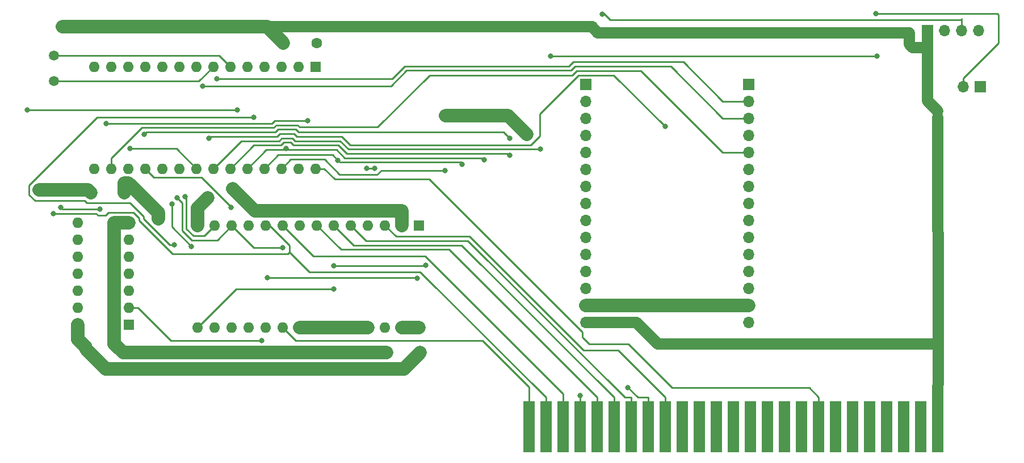
<source format=gbr>
G04 #@! TF.GenerationSoftware,KiCad,Pcbnew,(5.1.5)-3*
G04 #@! TF.CreationDate,2020-11-01T13:07:33-06:00*
G04 #@! TF.ProjectId,Aii-WiFi,4169692d-5769-4466-992e-6b696361645f,rev?*
G04 #@! TF.SameCoordinates,Original*
G04 #@! TF.FileFunction,Copper,L1,Top*
G04 #@! TF.FilePolarity,Positive*
%FSLAX46Y46*%
G04 Gerber Fmt 4.6, Leading zero omitted, Abs format (unit mm)*
G04 Created by KiCad (PCBNEW (5.1.5)-3) date 2020-11-01 13:07:33*
%MOMM*%
%LPD*%
G04 APERTURE LIST*
%ADD10O,1.700000X1.700000*%
%ADD11R,1.700000X1.700000*%
%ADD12C,1.600000*%
%ADD13O,1.600000X1.600000*%
%ADD14R,1.600000X1.600000*%
%ADD15C,1.500000*%
%ADD16R,1.778000X7.620000*%
%ADD17C,0.800000*%
%ADD18C,0.250000*%
%ADD19C,2.000000*%
%ADD20C,1.700000*%
G04 APERTURE END LIST*
D10*
X248920000Y-83820000D03*
D11*
X251460000Y-83820000D03*
D10*
X216900000Y-119060000D03*
X216900000Y-116520000D03*
X216900000Y-113980000D03*
X216900000Y-111440000D03*
X216900000Y-108900000D03*
X216900000Y-106360000D03*
X216900000Y-103820000D03*
X216900000Y-101280000D03*
X216900000Y-98740000D03*
X216900000Y-96200000D03*
X216900000Y-93660000D03*
X216900000Y-91120000D03*
X216900000Y-88580000D03*
X216900000Y-86040000D03*
D11*
X216900000Y-83500000D03*
D10*
X192600000Y-119060000D03*
X192600000Y-116520000D03*
X192600000Y-113980000D03*
X192600000Y-111440000D03*
X192600000Y-108900000D03*
X192600000Y-106360000D03*
X192600000Y-103820000D03*
X192600000Y-101280000D03*
X192600000Y-98740000D03*
X192600000Y-96200000D03*
X192600000Y-93660000D03*
X192600000Y-91120000D03*
X192600000Y-88580000D03*
X192600000Y-86040000D03*
D11*
X192600000Y-83500000D03*
D12*
X162900000Y-123600000D03*
X167900000Y-123600000D03*
D13*
X116840000Y-119380000D03*
X124460000Y-104140000D03*
X116840000Y-116840000D03*
X124460000Y-106680000D03*
X116840000Y-114300000D03*
X124460000Y-109220000D03*
X116840000Y-111760000D03*
X124460000Y-111760000D03*
X116840000Y-109220000D03*
X124460000Y-114300000D03*
X116840000Y-106680000D03*
X124460000Y-116840000D03*
X116840000Y-104140000D03*
D14*
X124460000Y-119380000D03*
D10*
X251206000Y-75438000D03*
X248666000Y-75438000D03*
X246126000Y-75438000D03*
D11*
X243586000Y-75438000D03*
D13*
X167750000Y-119850000D03*
X134730000Y-104610000D03*
X165210000Y-119850000D03*
X137270000Y-104610000D03*
X162670000Y-119850000D03*
X139810000Y-104610000D03*
X160130000Y-119850000D03*
X142350000Y-104610000D03*
X157590000Y-119850000D03*
X144890000Y-104610000D03*
X155050000Y-119850000D03*
X147430000Y-104610000D03*
X152510000Y-119850000D03*
X149970000Y-104610000D03*
X149970000Y-119850000D03*
X152510000Y-104610000D03*
X147430000Y-119850000D03*
X155050000Y-104610000D03*
X144890000Y-119850000D03*
X157590000Y-104610000D03*
X142350000Y-119850000D03*
X160130000Y-104610000D03*
X139810000Y-119850000D03*
X162670000Y-104610000D03*
X137270000Y-119850000D03*
X165210000Y-104610000D03*
X134730000Y-119850000D03*
D14*
X167750000Y-104610000D03*
D13*
X152290000Y-96100000D03*
X119270000Y-80860000D03*
X149750000Y-96100000D03*
X121810000Y-80860000D03*
X147210000Y-96100000D03*
X124350000Y-80860000D03*
X144670000Y-96100000D03*
X126890000Y-80860000D03*
X142130000Y-96100000D03*
X129430000Y-80860000D03*
X139590000Y-96100000D03*
X131970000Y-80860000D03*
X137050000Y-96100000D03*
X134510000Y-80860000D03*
X134510000Y-96100000D03*
X137050000Y-80860000D03*
X131970000Y-96100000D03*
X139590000Y-80860000D03*
X129430000Y-96100000D03*
X142130000Y-80860000D03*
X126890000Y-96100000D03*
X144670000Y-80860000D03*
X124350000Y-96100000D03*
X147210000Y-80860000D03*
X121810000Y-96100000D03*
X149750000Y-80860000D03*
X119270000Y-96100000D03*
D14*
X152290000Y-80860000D03*
D12*
X123000000Y-123000000D03*
X118000000Y-123000000D03*
X152500000Y-77300000D03*
X147500000Y-77300000D03*
X123800000Y-99700000D03*
X118800000Y-99700000D03*
D15*
X113300000Y-83000000D03*
X113300000Y-79200000D03*
D16*
X245110000Y-134620000D03*
X242570000Y-134620000D03*
X240030000Y-134620000D03*
X237490000Y-134620000D03*
X234950000Y-134620000D03*
X232410000Y-134620000D03*
X229870000Y-134620000D03*
X227330000Y-134620000D03*
X224790000Y-134620000D03*
X222250000Y-134620000D03*
X219710000Y-134620000D03*
X217170000Y-134620000D03*
X214630000Y-134620000D03*
X212090000Y-134620000D03*
X209550000Y-134620000D03*
X207010000Y-134620000D03*
X204470000Y-134620000D03*
X201930000Y-134620000D03*
X199390000Y-134620000D03*
X196850000Y-134620000D03*
X194310000Y-134620000D03*
X191770000Y-134620000D03*
X189230000Y-134620000D03*
X186690000Y-134620000D03*
X184150000Y-134620000D03*
D17*
X139982000Y-99102200D03*
X136210200Y-100489400D03*
X128814500Y-103570100D03*
X183804800Y-90965700D03*
X171738500Y-88213800D03*
X136401700Y-91598800D03*
X204477300Y-89815800D03*
X121046000Y-89346800D03*
X151096700Y-88942200D03*
X155631700Y-94824300D03*
X174169600Y-95424500D03*
X131202400Y-107490000D03*
X143095200Y-88421400D03*
X147916300Y-93121600D03*
X177465300Y-94774200D03*
X126779600Y-90931900D03*
X181229500Y-91579300D03*
X181229500Y-94123900D03*
X133797500Y-107711000D03*
X130864500Y-101377800D03*
X185801500Y-93198500D03*
X155002500Y-114121700D03*
X155002500Y-110595200D03*
X168705900Y-110548300D03*
X124591100Y-93126700D03*
X167493300Y-112461700D03*
X145081100Y-112421100D03*
X132841300Y-100286600D03*
X131639600Y-100445400D03*
X147428500Y-107871900D03*
X139696700Y-101913200D03*
X111097400Y-99290700D03*
X114533100Y-74917300D03*
X198887900Y-128794400D03*
X159891500Y-96074800D03*
X161096500Y-96074800D03*
X191788500Y-129973400D03*
X120175700Y-102115800D03*
X114335300Y-101875500D03*
X113197200Y-102804900D03*
X195100000Y-73000000D03*
X171584200Y-96349700D03*
X187350000Y-79250000D03*
X236050000Y-79250000D03*
X235884990Y-72915010D03*
X144301600Y-121752000D03*
X109271800Y-87299800D03*
X140665000Y-87299800D03*
X135478700Y-83757800D03*
X137538700Y-82640600D03*
D18*
X113300000Y-83000000D02*
X134910000Y-83000000D01*
X134910000Y-83000000D02*
X137050000Y-80860000D01*
X113300000Y-79200000D02*
X137930000Y-79200000D01*
X137930000Y-79200000D02*
X139590000Y-80860000D01*
D19*
X139982000Y-99102200D02*
X143289500Y-102409700D01*
X143289500Y-102409700D02*
X165210000Y-102409700D01*
X165210000Y-104610000D02*
X165210000Y-102409700D01*
X134730000Y-104610000D02*
X134730000Y-101969600D01*
X134730000Y-101969600D02*
X136210200Y-100489400D01*
X124460000Y-104140000D02*
X122259700Y-104140000D01*
X122259700Y-104140000D02*
X122259700Y-122259700D01*
X122259700Y-122259700D02*
X123000000Y-123000000D01*
X123000000Y-123000000D02*
X123600000Y-123600000D01*
X123600000Y-123600000D02*
X162900000Y-123600000D01*
X123800000Y-99700000D02*
X123800000Y-98253300D01*
X123800000Y-98253300D02*
X123800100Y-98253200D01*
X123800100Y-98253200D02*
X124386500Y-98253200D01*
X124386500Y-98253200D02*
X128814500Y-102681200D01*
X128814500Y-102681200D02*
X128814500Y-103570100D01*
X192600000Y-116520000D02*
X214400000Y-116520000D01*
X171738500Y-88213800D02*
X181052900Y-88213800D01*
X181052900Y-88213800D02*
X183804800Y-90965700D01*
X157590000Y-119850000D02*
X160130000Y-119850000D01*
X155050000Y-119850000D02*
X157590000Y-119850000D01*
X152510000Y-119850000D02*
X155050000Y-119850000D01*
X149970000Y-119850000D02*
X152510000Y-119850000D01*
X214400000Y-116520000D02*
X216900000Y-116520000D01*
D18*
X204477300Y-89815800D02*
X196786200Y-82124700D01*
X196786200Y-82124700D02*
X191532400Y-82124700D01*
X191532400Y-82124700D02*
X185733700Y-87923400D01*
X185733700Y-87923400D02*
X185733700Y-91247500D01*
X185733700Y-91247500D02*
X184433000Y-92548200D01*
X184433000Y-92548200D02*
X157464800Y-92548200D01*
X157464800Y-92548200D02*
X156214300Y-91297700D01*
X156214300Y-91297700D02*
X149506100Y-91297700D01*
X149506100Y-91297700D02*
X149101500Y-90893100D01*
X149101500Y-90893100D02*
X146987600Y-90893100D01*
X146987600Y-90893100D02*
X146583000Y-91297700D01*
X146583000Y-91297700D02*
X136702800Y-91297700D01*
X136702800Y-91297700D02*
X136401700Y-91598800D01*
X151096700Y-88942200D02*
X146179400Y-88942200D01*
X146179400Y-88942200D02*
X145774800Y-89346800D01*
X145774800Y-89346800D02*
X121046000Y-89346800D01*
X155631700Y-94824300D02*
X155956800Y-95149400D01*
X155956800Y-95149400D02*
X173894500Y-95149400D01*
X173894500Y-95149400D02*
X174169600Y-95424500D01*
X144670000Y-96100000D02*
X146713100Y-94056900D01*
X146713100Y-94056900D02*
X154864300Y-94056900D01*
X154864300Y-94056900D02*
X155631700Y-94824300D01*
X131202400Y-107490000D02*
X130577300Y-107490000D01*
X130577300Y-107490000D02*
X126635600Y-103548300D01*
X126635600Y-103548300D02*
X126635600Y-103238800D01*
X126635600Y-103238800D02*
X124622100Y-101225300D01*
X124622100Y-101225300D02*
X121806800Y-101225300D01*
X121806800Y-101225300D02*
X121764400Y-101182900D01*
X121764400Y-101182900D02*
X119474200Y-101182900D01*
X119474200Y-101182900D02*
X119417400Y-101239700D01*
X119417400Y-101239700D02*
X118153800Y-101239700D01*
X118153800Y-101239700D02*
X117813400Y-100899300D01*
X117813400Y-100899300D02*
X110468200Y-100899300D01*
X110468200Y-100899300D02*
X109563000Y-99994100D01*
X109563000Y-99994100D02*
X109563000Y-98596500D01*
X109563000Y-98596500D02*
X119738100Y-88421400D01*
X119738100Y-88421400D02*
X143095200Y-88421400D01*
X142130000Y-96100000D02*
X144981400Y-93248600D01*
X144981400Y-93248600D02*
X147916300Y-93248600D01*
X147916300Y-93248600D02*
X155406100Y-93248600D01*
X155406100Y-93248600D02*
X156656600Y-94499100D01*
X156656600Y-94499100D02*
X177190200Y-94499100D01*
X177190200Y-94499100D02*
X177465300Y-94774200D01*
X147916300Y-93248600D02*
X147916300Y-93121600D01*
X181229500Y-91579300D02*
X180297600Y-90647400D01*
X180297600Y-90647400D02*
X149775500Y-90647400D01*
X149775500Y-90647400D02*
X149370900Y-90242800D01*
X149370900Y-90242800D02*
X146718200Y-90242800D01*
X146718200Y-90242800D02*
X146313600Y-90647400D01*
X146313600Y-90647400D02*
X127064100Y-90647400D01*
X127064100Y-90647400D02*
X126779600Y-90931900D01*
X139590000Y-96100000D02*
X143091700Y-92598300D01*
X143091700Y-92598300D02*
X147121800Y-92598300D01*
X147121800Y-92598300D02*
X147526400Y-92193700D01*
X147526400Y-92193700D02*
X148562700Y-92193700D01*
X148562700Y-92193700D02*
X148967300Y-92598300D01*
X148967300Y-92598300D02*
X155675500Y-92598300D01*
X155675500Y-92598300D02*
X156926000Y-93848800D01*
X156926000Y-93848800D02*
X180954400Y-93848800D01*
X180954400Y-93848800D02*
X181229500Y-94123900D01*
X137050000Y-96100000D02*
X141202000Y-91948000D01*
X141202000Y-91948000D02*
X146852400Y-91948000D01*
X146852400Y-91948000D02*
X147257000Y-91543400D01*
X147257000Y-91543400D02*
X148832100Y-91543400D01*
X148832100Y-91543400D02*
X149236700Y-91948000D01*
X149236700Y-91948000D02*
X155944900Y-91948000D01*
X155944900Y-91948000D02*
X157195400Y-93198500D01*
X157195400Y-93198500D02*
X185801500Y-93198500D01*
X133797500Y-107711000D02*
X130864500Y-104778000D01*
X130864500Y-104778000D02*
X130864500Y-101377800D01*
X124591100Y-93126700D02*
X131536700Y-93126700D01*
X131536700Y-93126700D02*
X134510000Y-96100000D01*
X134730000Y-119850000D02*
X140458300Y-114121700D01*
X140458300Y-114121700D02*
X155002500Y-114121700D01*
X168705900Y-110548300D02*
X168659000Y-110595200D01*
X168659000Y-110595200D02*
X155002500Y-110595200D01*
X132841300Y-100286600D02*
X133034100Y-100479400D01*
X133034100Y-100479400D02*
X133034100Y-105071200D01*
X133034100Y-105071200D02*
X134098200Y-106135300D01*
X134098200Y-106135300D02*
X135744700Y-106135300D01*
X135744700Y-106135300D02*
X137270000Y-104610000D01*
X145081100Y-112421100D02*
X167452700Y-112421100D01*
X167452700Y-112421100D02*
X167493300Y-112461700D01*
X131639600Y-100445400D02*
X132383800Y-101189600D01*
X132383800Y-101189600D02*
X132383800Y-105340600D01*
X132383800Y-105340600D02*
X133828800Y-106785600D01*
X133828800Y-106785600D02*
X137634400Y-106785600D01*
X137634400Y-106785600D02*
X139810000Y-104610000D01*
X147428500Y-107871900D02*
X143071900Y-107871900D01*
X143071900Y-107871900D02*
X139810000Y-104610000D01*
X126890000Y-96100000D02*
X128216700Y-97426700D01*
X128216700Y-97426700D02*
X135329200Y-97426700D01*
X135329200Y-97426700D02*
X139696700Y-101794200D01*
X139696700Y-101794200D02*
X139696700Y-101913200D01*
D19*
X147500000Y-77300000D02*
X145117300Y-74917300D01*
X145117300Y-74917300D02*
X114533100Y-74917300D01*
X167900000Y-123600000D02*
X165498700Y-126001300D01*
X165498700Y-126001300D02*
X121001300Y-126001300D01*
X121001300Y-126001300D02*
X118000000Y-123000000D01*
X118800000Y-99700000D02*
X118390700Y-99290700D01*
X118390700Y-99290700D02*
X111097400Y-99290700D01*
X116840000Y-119380000D02*
X116840000Y-121580300D01*
X116840000Y-121580300D02*
X118000000Y-122740300D01*
X118000000Y-122740300D02*
X118000000Y-123000000D01*
X165210000Y-119850000D02*
X167750000Y-119850000D01*
D18*
X245110000Y-88410000D02*
X245110000Y-87510000D01*
D20*
X245110000Y-87510000D02*
X243586000Y-85986000D01*
X145117300Y-74917300D02*
X193217300Y-74917300D01*
D18*
X193217300Y-74917300D02*
X193517300Y-74917300D01*
D20*
X193517300Y-74917300D02*
X194400000Y-75800000D01*
X194400000Y-75800000D02*
X196100000Y-75800000D01*
X196100000Y-75800000D02*
X215900000Y-75800000D01*
X215900000Y-75800000D02*
X238200000Y-75800000D01*
D18*
X238200000Y-75800000D02*
X238562000Y-75438000D01*
D20*
X243600000Y-76400000D02*
X243586000Y-75438000D01*
X238200000Y-75800000D02*
X240900000Y-75800000D01*
X241400000Y-78000000D02*
X243600000Y-78000000D01*
X240900000Y-77500000D02*
X241400000Y-78000000D01*
X243586000Y-85986000D02*
X243600000Y-78000000D01*
X243600000Y-78000000D02*
X243600000Y-76400000D01*
D18*
X240900000Y-77500000D02*
X240900000Y-77400000D01*
D20*
X240900000Y-75800000D02*
X240900000Y-77400000D01*
X203400000Y-122300000D02*
X245200000Y-122300000D01*
X200160000Y-119060000D02*
X203400000Y-122300000D01*
X192600000Y-119060000D02*
X200160000Y-119060000D01*
X245110000Y-134620000D02*
X245200000Y-122300000D01*
X245200000Y-122300000D02*
X245110000Y-88410000D01*
D18*
X153615300Y-96100000D02*
X155165700Y-97650400D01*
X155165700Y-97650400D02*
X169232200Y-97650400D01*
X169232200Y-97650400D02*
X192119500Y-120537700D01*
X152290000Y-96100000D02*
X153615300Y-96100000D01*
X227330000Y-134620000D02*
X227330000Y-130284700D01*
X192119500Y-120537700D02*
X192119500Y-121319500D01*
X192119500Y-121319500D02*
X193100000Y-122300000D01*
X193100000Y-122300000D02*
X199000000Y-122300000D01*
X199000000Y-122300000D02*
X205500000Y-128800000D01*
X205500000Y-128800000D02*
X226000000Y-128800000D01*
X226000000Y-128800000D02*
X227330000Y-130284700D01*
X162670000Y-104610000D02*
X164290200Y-106230200D01*
X164290200Y-106230200D02*
X175291600Y-106230200D01*
X175291600Y-106230200D02*
X192296600Y-123235200D01*
X192296600Y-123235200D02*
X197420500Y-123235200D01*
X197420500Y-123235200D02*
X204470000Y-130284700D01*
X204470000Y-134620000D02*
X204470000Y-130284700D01*
X201930000Y-130284700D02*
X200378200Y-130284700D01*
X200378200Y-130284700D02*
X198887900Y-128794400D01*
X201930000Y-134620000D02*
X201930000Y-130284700D01*
X157590000Y-104610000D02*
X159860500Y-106880500D01*
X159860500Y-106880500D02*
X175022200Y-106880500D01*
X175022200Y-106880500D02*
X198426400Y-130284700D01*
X198426400Y-130284700D02*
X199390000Y-130284700D01*
X199390000Y-134620000D02*
X199390000Y-130284700D01*
X155050000Y-104610000D02*
X157970800Y-107530800D01*
X157970800Y-107530800D02*
X174096100Y-107530800D01*
X174096100Y-107530800D02*
X196850000Y-130284700D01*
X196850000Y-134620000D02*
X196850000Y-130284700D01*
X159891500Y-96074800D02*
X161096500Y-96074800D01*
X152510000Y-104610000D02*
X156081100Y-108181100D01*
X156081100Y-108181100D02*
X172206400Y-108181100D01*
X172206400Y-108181100D02*
X194310000Y-130284700D01*
X194310000Y-134620000D02*
X194310000Y-130284700D01*
X191770000Y-134620000D02*
X191770000Y-130284700D01*
X191770000Y-130284700D02*
X191788500Y-130266200D01*
X191788500Y-130266200D02*
X191788500Y-129973400D01*
X189230000Y-130284700D02*
X189230000Y-129763800D01*
X189230000Y-129763800D02*
X168643700Y-109177500D01*
X168643700Y-109177500D02*
X151997500Y-109177500D01*
X151997500Y-109177500D02*
X147430000Y-104610000D01*
X120175700Y-102115800D02*
X114575600Y-102115800D01*
X114575600Y-102115800D02*
X114335300Y-101875500D01*
X189230000Y-134620000D02*
X189230000Y-130284700D01*
X148425100Y-108565500D02*
X148155800Y-108834800D01*
X148155800Y-108834800D02*
X131002400Y-108834800D01*
X131002400Y-108834800D02*
X125985300Y-103817700D01*
X125985300Y-103817700D02*
X125985300Y-103508200D01*
X125985300Y-103508200D02*
X125091800Y-102614700D01*
X125091800Y-102614700D02*
X121437100Y-102614700D01*
X121437100Y-102614700D02*
X120958100Y-103093700D01*
X120958100Y-103093700D02*
X119845000Y-103093700D01*
X119845000Y-103093700D02*
X119556200Y-102804900D01*
X119556200Y-102804900D02*
X113197200Y-102804900D01*
X148425100Y-108565500D02*
X151380100Y-111520500D01*
X151380100Y-111520500D02*
X167925800Y-111520500D01*
X167925800Y-111520500D02*
X186690000Y-130284700D01*
X148425100Y-108565500D02*
X148425100Y-107559900D01*
X148425100Y-107559900D02*
X145475200Y-104610000D01*
X145475200Y-104610000D02*
X144890000Y-104610000D01*
X186690000Y-134620000D02*
X186690000Y-130284700D01*
X147430000Y-119850000D02*
X149340000Y-121760000D01*
X149340000Y-121760000D02*
X177198000Y-121760000D01*
X177198000Y-121760000D02*
X184150000Y-128712000D01*
X184150000Y-128712000D02*
X184150000Y-134620000D01*
X248666000Y-75438000D02*
X248666000Y-73734000D01*
X248666000Y-73734000D02*
X248559989Y-73840011D01*
X196240989Y-73840011D02*
X195315988Y-72915010D01*
X248559989Y-73840011D02*
X196240989Y-73840011D01*
X195315988Y-72915010D02*
X195084990Y-72915010D01*
X147210000Y-96100000D02*
X148587700Y-94722300D01*
X148587700Y-94722300D02*
X153628900Y-94722300D01*
X153628900Y-94722300D02*
X155906700Y-97000100D01*
X155906700Y-97000100D02*
X161479800Y-97000100D01*
X161479800Y-97000100D02*
X162130100Y-96349800D01*
X162130100Y-96349800D02*
X162130100Y-96349700D01*
X162130100Y-96349700D02*
X171584200Y-96349700D01*
X248920000Y-82617919D02*
X254200000Y-77337919D01*
X248920000Y-83820000D02*
X248920000Y-82617919D01*
X254200000Y-73100000D02*
X254015010Y-72915010D01*
X254200000Y-77337919D02*
X254200000Y-73100000D01*
X254015010Y-72915010D02*
X235884990Y-72915010D01*
X187350000Y-79250000D02*
X236050000Y-79250000D01*
X236050000Y-79250000D02*
X236050000Y-79250000D01*
X109271800Y-87299800D02*
X140665000Y-87299800D01*
X125785300Y-116840000D02*
X130697300Y-121752000D01*
X130697300Y-121752000D02*
X144301600Y-121752000D01*
X124460000Y-116840000D02*
X125785300Y-116840000D01*
X213024700Y-93660000D02*
X214400000Y-93660000D01*
X214400000Y-93660000D02*
X216900000Y-93660000D01*
X200839100Y-81474400D02*
X213024700Y-93660000D01*
X146448800Y-89592500D02*
X149640300Y-89592500D01*
X121810000Y-96100000D02*
X121810000Y-94562400D01*
X146044200Y-89997100D02*
X146448800Y-89592500D01*
X126375300Y-89997100D02*
X146044200Y-89997100D01*
X121810000Y-94562400D02*
X126375300Y-89997100D01*
X149640300Y-89592500D02*
X149943700Y-89895900D01*
X149943700Y-89895900D02*
X161514600Y-89895900D01*
X191263000Y-81474400D02*
X200839100Y-81474400D01*
X161514600Y-89895900D02*
X169285900Y-82124600D01*
X190612800Y-82124600D02*
X191263000Y-81474400D01*
X169285900Y-82124600D02*
X190612800Y-82124600D01*
X213024700Y-88580000D02*
X205268800Y-80824100D01*
X205268800Y-80824100D02*
X190993600Y-80824100D01*
X190993600Y-80824100D02*
X190377500Y-81440200D01*
X190377500Y-81440200D02*
X165859800Y-81440200D01*
X165859800Y-81440200D02*
X163542200Y-83757800D01*
X163542200Y-83757800D02*
X135478700Y-83757800D01*
X214020000Y-88580000D02*
X216900000Y-88580000D01*
X214020000Y-88580000D02*
X213024700Y-88580000D01*
X214400000Y-88580000D02*
X214020000Y-88580000D01*
X213024700Y-86040000D02*
X207158500Y-80173800D01*
X207158500Y-80173800D02*
X190724200Y-80173800D01*
X190724200Y-80173800D02*
X190108100Y-80789900D01*
X190108100Y-80789900D02*
X165590400Y-80789900D01*
X165590400Y-80789900D02*
X163739700Y-82640600D01*
X163739700Y-82640600D02*
X137538700Y-82640600D01*
X214260000Y-86040000D02*
X216900000Y-86040000D01*
X214260000Y-86040000D02*
X213024700Y-86040000D01*
X214400000Y-86040000D02*
X214260000Y-86040000D01*
M02*

</source>
